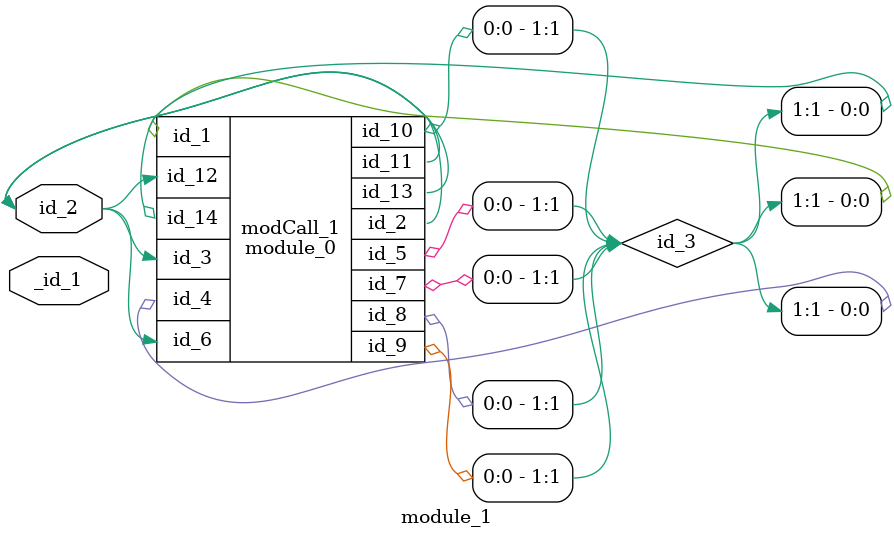
<source format=v>
module module_0 (
    id_1,
    id_2,
    id_3,
    id_4,
    id_5,
    id_6,
    id_7,
    id_8,
    id_9,
    id_10,
    id_11,
    id_12,
    id_13,
    id_14
);
  input wire id_14;
  output wire id_13;
  input wire id_12;
  inout wire id_11;
  inout wire id_10;
  inout wire id_9;
  inout wire id_8;
  assign module_1.id_1 = 0;
  inout wire id_7;
  input wire id_6;
  inout wire id_5;
  input wire id_4;
  input wire id_3;
  output wire id_2;
  input wire id_1;
  assign id_7 = id_1;
endmodule
module module_1 #(
    parameter id_1 = 32'd21
) (
    _id_1,
    id_2
);
  inout wire id_2;
  inout wire _id_1;
  wire [id_1 : 1] id_3;
  module_0 modCall_1 (
      id_3,
      id_2,
      id_2,
      id_3,
      id_3,
      id_2,
      id_3,
      id_3,
      id_3,
      id_3,
      id_2,
      id_2,
      id_2,
      id_3
  );
  assign id_1 = id_3;
endmodule

</source>
